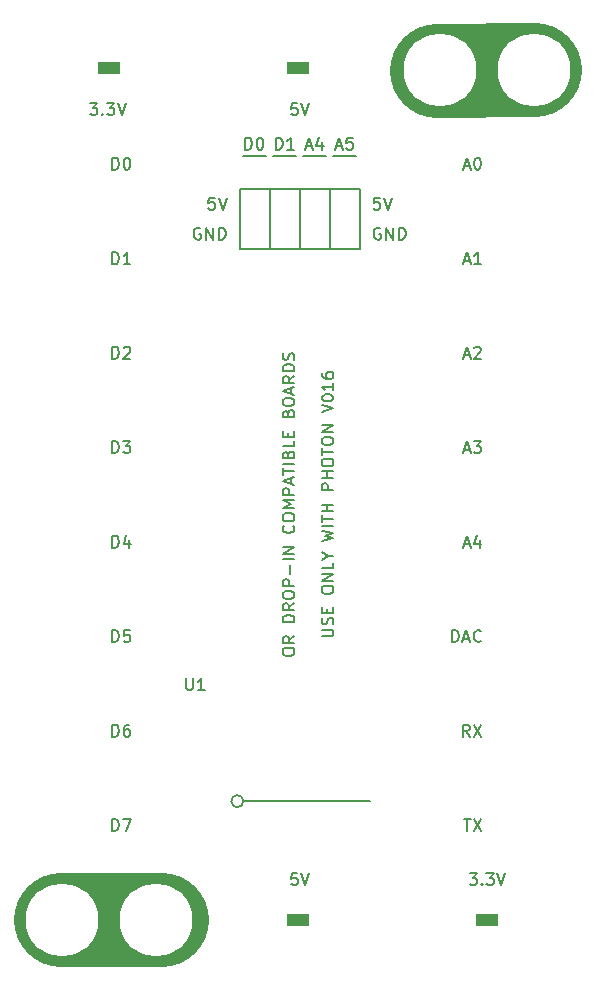
<source format=gto>
%TF.GenerationSoftware,KiCad,Pcbnew,4.0.7-e2-6376~58~ubuntu16.04.1*%
%TF.CreationDate,2018-07-31T04:14:02-07:00*%
%TF.ProjectId,6x10-Photon-Breakout,367831302D50686F746F6E2D42726561,v1.1*%
%TF.FileFunction,Legend,Top*%
%FSLAX46Y46*%
G04 Gerber Fmt 4.6, Leading zero omitted, Abs format (unit mm)*
G04 Created by KiCad (PCBNEW 4.0.7-e2-6376~58~ubuntu16.04.1) date Tue Jul 31 04:14:02 2018*
%MOMM*%
%LPD*%
G01*
G04 APERTURE LIST*
%ADD10C,0.350000*%
%ADD11C,0.152400*%
%ADD12C,1.000000*%
%ADD13C,8.000000*%
%ADD14C,0.150000*%
%ADD15C,0.300000*%
%ADD16C,0.254000*%
%ADD17C,6.152400*%
%ADD18C,1.879600*%
%ADD19R,2.184400X1.879600*%
%ADD20O,2.184400X1.879600*%
G04 APERTURE END LIST*
D10*
D11*
X85918524Y-42623619D02*
X85434715Y-42623619D01*
X85386334Y-43107429D01*
X85434715Y-43059048D01*
X85531477Y-43010667D01*
X85773381Y-43010667D01*
X85870143Y-43059048D01*
X85918524Y-43107429D01*
X85966905Y-43204190D01*
X85966905Y-43446095D01*
X85918524Y-43542857D01*
X85870143Y-43591238D01*
X85773381Y-43639619D01*
X85531477Y-43639619D01*
X85434715Y-43591238D01*
X85386334Y-43542857D01*
X86257191Y-42623619D02*
X86595858Y-43639619D01*
X86934524Y-42623619D01*
X82205286Y-38269333D02*
X82689095Y-38269333D01*
X82108524Y-38559619D02*
X82447191Y-37543619D01*
X82785857Y-38559619D01*
X83608333Y-37543619D02*
X83124524Y-37543619D01*
X83076143Y-38027429D01*
X83124524Y-37979048D01*
X83221286Y-37930667D01*
X83463190Y-37930667D01*
X83559952Y-37979048D01*
X83608333Y-38027429D01*
X83656714Y-38124190D01*
X83656714Y-38366095D01*
X83608333Y-38462857D01*
X83559952Y-38511238D01*
X83463190Y-38559619D01*
X83221286Y-38559619D01*
X83124524Y-38511238D01*
X83076143Y-38462857D01*
X79665286Y-38269333D02*
X80149095Y-38269333D01*
X79568524Y-38559619D02*
X79907191Y-37543619D01*
X80245857Y-38559619D01*
X81019952Y-37882286D02*
X81019952Y-38559619D01*
X80778048Y-37495238D02*
X80536143Y-38220952D01*
X81165095Y-38220952D01*
X77101096Y-38559619D02*
X77101096Y-37543619D01*
X77343001Y-37543619D01*
X77488143Y-37592000D01*
X77584905Y-37688762D01*
X77633286Y-37785524D01*
X77681667Y-37979048D01*
X77681667Y-38124190D01*
X77633286Y-38317714D01*
X77584905Y-38414476D01*
X77488143Y-38511238D01*
X77343001Y-38559619D01*
X77101096Y-38559619D01*
X78649286Y-38559619D02*
X78068715Y-38559619D01*
X78359001Y-38559619D02*
X78359001Y-37543619D01*
X78262239Y-37688762D01*
X78165477Y-37785524D01*
X78068715Y-37833905D01*
X74510296Y-38559619D02*
X74510296Y-37543619D01*
X74752201Y-37543619D01*
X74897343Y-37592000D01*
X74994105Y-37688762D01*
X75042486Y-37785524D01*
X75090867Y-37979048D01*
X75090867Y-38124190D01*
X75042486Y-38317714D01*
X74994105Y-38414476D01*
X74897343Y-38511238D01*
X74752201Y-38559619D01*
X74510296Y-38559619D01*
X75719820Y-37543619D02*
X75816581Y-37543619D01*
X75913343Y-37592000D01*
X75961724Y-37640381D01*
X76010105Y-37737143D01*
X76058486Y-37930667D01*
X76058486Y-38172571D01*
X76010105Y-38366095D01*
X75961724Y-38462857D01*
X75913343Y-38511238D01*
X75816581Y-38559619D01*
X75719820Y-38559619D01*
X75623058Y-38511238D01*
X75574677Y-38462857D01*
X75526296Y-38366095D01*
X75477915Y-38172571D01*
X75477915Y-37930667D01*
X75526296Y-37737143D01*
X75574677Y-37640381D01*
X75623058Y-37592000D01*
X75719820Y-37543619D01*
X71936429Y-42623619D02*
X71452620Y-42623619D01*
X71404239Y-43107429D01*
X71452620Y-43059048D01*
X71549382Y-43010667D01*
X71791286Y-43010667D01*
X71888048Y-43059048D01*
X71936429Y-43107429D01*
X71984810Y-43204190D01*
X71984810Y-43446095D01*
X71936429Y-43542857D01*
X71888048Y-43591238D01*
X71791286Y-43639619D01*
X71549382Y-43639619D01*
X71452620Y-43591238D01*
X71404239Y-43542857D01*
X72275096Y-42623619D02*
X72613763Y-43639619D01*
X72952429Y-42623619D01*
X70726905Y-45212000D02*
X70630143Y-45163619D01*
X70485000Y-45163619D01*
X70339858Y-45212000D01*
X70243096Y-45308762D01*
X70194715Y-45405524D01*
X70146334Y-45599048D01*
X70146334Y-45744190D01*
X70194715Y-45937714D01*
X70243096Y-46034476D01*
X70339858Y-46131238D01*
X70485000Y-46179619D01*
X70581762Y-46179619D01*
X70726905Y-46131238D01*
X70775286Y-46082857D01*
X70775286Y-45744190D01*
X70581762Y-45744190D01*
X71210715Y-46179619D02*
X71210715Y-45163619D01*
X71791286Y-46179619D01*
X71791286Y-45163619D01*
X72275096Y-46179619D02*
X72275096Y-45163619D01*
X72517001Y-45163619D01*
X72662143Y-45212000D01*
X72758905Y-45308762D01*
X72807286Y-45405524D01*
X72855667Y-45599048D01*
X72855667Y-45744190D01*
X72807286Y-45937714D01*
X72758905Y-46034476D01*
X72662143Y-46131238D01*
X72517001Y-46179619D01*
X72275096Y-46179619D01*
X85966905Y-45212000D02*
X85870143Y-45163619D01*
X85725000Y-45163619D01*
X85579858Y-45212000D01*
X85483096Y-45308762D01*
X85434715Y-45405524D01*
X85386334Y-45599048D01*
X85386334Y-45744190D01*
X85434715Y-45937714D01*
X85483096Y-46034476D01*
X85579858Y-46131238D01*
X85725000Y-46179619D01*
X85821762Y-46179619D01*
X85966905Y-46131238D01*
X86015286Y-46082857D01*
X86015286Y-45744190D01*
X85821762Y-45744190D01*
X86450715Y-46179619D02*
X86450715Y-45163619D01*
X87031286Y-46179619D01*
X87031286Y-45163619D01*
X87515096Y-46179619D02*
X87515096Y-45163619D01*
X87757001Y-45163619D01*
X87902143Y-45212000D01*
X87998905Y-45308762D01*
X88047286Y-45405524D01*
X88095667Y-45599048D01*
X88095667Y-45744190D01*
X88047286Y-45937714D01*
X87998905Y-46034476D01*
X87902143Y-46131238D01*
X87757001Y-46179619D01*
X87515096Y-46179619D01*
D12*
X58799000Y-31664000D02*
X67435000Y-31664000D01*
D13*
X58959864Y-103792106D02*
X67435000Y-103800000D01*
D12*
X89787000Y-103800000D02*
X98423000Y-103800000D01*
D13*
X90799000Y-31872106D02*
X99023000Y-31860000D01*
D12*
X75055000Y-31664000D02*
X83691000Y-31664000D01*
X74039000Y-103800000D02*
X82675000Y-103800000D01*
D14*
X81661000Y-41910000D02*
X81661000Y-46990000D01*
X81661000Y-46990000D02*
X84201000Y-46990000D01*
X84201000Y-46990000D02*
X84201000Y-41910000D01*
X84201000Y-41910000D02*
X81661000Y-41910000D01*
X81931000Y-39140000D02*
X83931000Y-39140000D01*
X79121000Y-41910000D02*
X79121000Y-46990000D01*
X79121000Y-46990000D02*
X81661000Y-46990000D01*
X81661000Y-46990000D02*
X81661000Y-41910000D01*
X81661000Y-41910000D02*
X79121000Y-41910000D01*
X79391000Y-39140000D02*
X81391000Y-39140000D01*
X76581000Y-41910000D02*
X76581000Y-46990000D01*
X76581000Y-46990000D02*
X79121000Y-46990000D01*
X79121000Y-46990000D02*
X79121000Y-41910000D01*
X79121000Y-41910000D02*
X76581000Y-41910000D01*
X76851000Y-39140000D02*
X78851000Y-39140000D01*
D11*
X74422000Y-93726000D02*
X85090000Y-93726000D01*
X74359433Y-93726000D02*
G75*
G03X74359433Y-93726000I-508933J0D01*
G01*
D14*
X74041000Y-41910000D02*
X74041000Y-46990000D01*
X74041000Y-46990000D02*
X76581000Y-46990000D01*
X76581000Y-46990000D02*
X76581000Y-41910000D01*
X76581000Y-41910000D02*
X74041000Y-41910000D01*
X74311000Y-39140000D02*
X76311000Y-39140000D01*
X77679619Y-81169283D02*
X77679619Y-80978806D01*
X77727238Y-80883568D01*
X77822476Y-80788330D01*
X78012952Y-80740711D01*
X78346286Y-80740711D01*
X78536762Y-80788330D01*
X78632000Y-80883568D01*
X78679619Y-80978806D01*
X78679619Y-81169283D01*
X78632000Y-81264521D01*
X78536762Y-81359759D01*
X78346286Y-81407378D01*
X78012952Y-81407378D01*
X77822476Y-81359759D01*
X77727238Y-81264521D01*
X77679619Y-81169283D01*
X78679619Y-79740711D02*
X78203428Y-80074045D01*
X78679619Y-80312140D02*
X77679619Y-80312140D01*
X77679619Y-79931187D01*
X77727238Y-79835949D01*
X77774857Y-79788330D01*
X77870095Y-79740711D01*
X78012952Y-79740711D01*
X78108190Y-79788330D01*
X78155809Y-79835949D01*
X78203428Y-79931187D01*
X78203428Y-80312140D01*
X78679619Y-78550235D02*
X77679619Y-78550235D01*
X77679619Y-78312140D01*
X77727238Y-78169282D01*
X77822476Y-78074044D01*
X77917714Y-78026425D01*
X78108190Y-77978806D01*
X78251048Y-77978806D01*
X78441524Y-78026425D01*
X78536762Y-78074044D01*
X78632000Y-78169282D01*
X78679619Y-78312140D01*
X78679619Y-78550235D01*
X78679619Y-76978806D02*
X78203428Y-77312140D01*
X78679619Y-77550235D02*
X77679619Y-77550235D01*
X77679619Y-77169282D01*
X77727238Y-77074044D01*
X77774857Y-77026425D01*
X77870095Y-76978806D01*
X78012952Y-76978806D01*
X78108190Y-77026425D01*
X78155809Y-77074044D01*
X78203428Y-77169282D01*
X78203428Y-77550235D01*
X77679619Y-76359759D02*
X77679619Y-76169282D01*
X77727238Y-76074044D01*
X77822476Y-75978806D01*
X78012952Y-75931187D01*
X78346286Y-75931187D01*
X78536762Y-75978806D01*
X78632000Y-76074044D01*
X78679619Y-76169282D01*
X78679619Y-76359759D01*
X78632000Y-76454997D01*
X78536762Y-76550235D01*
X78346286Y-76597854D01*
X78012952Y-76597854D01*
X77822476Y-76550235D01*
X77727238Y-76454997D01*
X77679619Y-76359759D01*
X78679619Y-75502616D02*
X77679619Y-75502616D01*
X77679619Y-75121663D01*
X77727238Y-75026425D01*
X77774857Y-74978806D01*
X77870095Y-74931187D01*
X78012952Y-74931187D01*
X78108190Y-74978806D01*
X78155809Y-75026425D01*
X78203428Y-75121663D01*
X78203428Y-75502616D01*
X78298667Y-74502616D02*
X78298667Y-73740711D01*
X78679619Y-73264521D02*
X77679619Y-73264521D01*
X78679619Y-72788331D02*
X77679619Y-72788331D01*
X78679619Y-72216902D01*
X77679619Y-72216902D01*
X78584381Y-70407378D02*
X78632000Y-70454997D01*
X78679619Y-70597854D01*
X78679619Y-70693092D01*
X78632000Y-70835950D01*
X78536762Y-70931188D01*
X78441524Y-70978807D01*
X78251048Y-71026426D01*
X78108190Y-71026426D01*
X77917714Y-70978807D01*
X77822476Y-70931188D01*
X77727238Y-70835950D01*
X77679619Y-70693092D01*
X77679619Y-70597854D01*
X77727238Y-70454997D01*
X77774857Y-70407378D01*
X77679619Y-69788331D02*
X77679619Y-69597854D01*
X77727238Y-69502616D01*
X77822476Y-69407378D01*
X78012952Y-69359759D01*
X78346286Y-69359759D01*
X78536762Y-69407378D01*
X78632000Y-69502616D01*
X78679619Y-69597854D01*
X78679619Y-69788331D01*
X78632000Y-69883569D01*
X78536762Y-69978807D01*
X78346286Y-70026426D01*
X78012952Y-70026426D01*
X77822476Y-69978807D01*
X77727238Y-69883569D01*
X77679619Y-69788331D01*
X78679619Y-68931188D02*
X77679619Y-68931188D01*
X78393905Y-68597854D01*
X77679619Y-68264521D01*
X78679619Y-68264521D01*
X78679619Y-67788331D02*
X77679619Y-67788331D01*
X77679619Y-67407378D01*
X77727238Y-67312140D01*
X77774857Y-67264521D01*
X77870095Y-67216902D01*
X78012952Y-67216902D01*
X78108190Y-67264521D01*
X78155809Y-67312140D01*
X78203428Y-67407378D01*
X78203428Y-67788331D01*
X78393905Y-66835950D02*
X78393905Y-66359759D01*
X78679619Y-66931188D02*
X77679619Y-66597855D01*
X78679619Y-66264521D01*
X77679619Y-66074045D02*
X77679619Y-65502616D01*
X78679619Y-65788331D02*
X77679619Y-65788331D01*
X78679619Y-65169283D02*
X77679619Y-65169283D01*
X78155809Y-64359759D02*
X78203428Y-64216902D01*
X78251048Y-64169283D01*
X78346286Y-64121664D01*
X78489143Y-64121664D01*
X78584381Y-64169283D01*
X78632000Y-64216902D01*
X78679619Y-64312140D01*
X78679619Y-64693093D01*
X77679619Y-64693093D01*
X77679619Y-64359759D01*
X77727238Y-64264521D01*
X77774857Y-64216902D01*
X77870095Y-64169283D01*
X77965333Y-64169283D01*
X78060571Y-64216902D01*
X78108190Y-64264521D01*
X78155809Y-64359759D01*
X78155809Y-64693093D01*
X78679619Y-63216902D02*
X78679619Y-63693093D01*
X77679619Y-63693093D01*
X78155809Y-62883569D02*
X78155809Y-62550235D01*
X78679619Y-62407378D02*
X78679619Y-62883569D01*
X77679619Y-62883569D01*
X77679619Y-62407378D01*
X78155809Y-60883568D02*
X78203428Y-60740711D01*
X78251048Y-60693092D01*
X78346286Y-60645473D01*
X78489143Y-60645473D01*
X78584381Y-60693092D01*
X78632000Y-60740711D01*
X78679619Y-60835949D01*
X78679619Y-61216902D01*
X77679619Y-61216902D01*
X77679619Y-60883568D01*
X77727238Y-60788330D01*
X77774857Y-60740711D01*
X77870095Y-60693092D01*
X77965333Y-60693092D01*
X78060571Y-60740711D01*
X78108190Y-60788330D01*
X78155809Y-60883568D01*
X78155809Y-61216902D01*
X77679619Y-60026426D02*
X77679619Y-59835949D01*
X77727238Y-59740711D01*
X77822476Y-59645473D01*
X78012952Y-59597854D01*
X78346286Y-59597854D01*
X78536762Y-59645473D01*
X78632000Y-59740711D01*
X78679619Y-59835949D01*
X78679619Y-60026426D01*
X78632000Y-60121664D01*
X78536762Y-60216902D01*
X78346286Y-60264521D01*
X78012952Y-60264521D01*
X77822476Y-60216902D01*
X77727238Y-60121664D01*
X77679619Y-60026426D01*
X78393905Y-59216902D02*
X78393905Y-58740711D01*
X78679619Y-59312140D02*
X77679619Y-58978807D01*
X78679619Y-58645473D01*
X78679619Y-57740711D02*
X78203428Y-58074045D01*
X78679619Y-58312140D02*
X77679619Y-58312140D01*
X77679619Y-57931187D01*
X77727238Y-57835949D01*
X77774857Y-57788330D01*
X77870095Y-57740711D01*
X78012952Y-57740711D01*
X78108190Y-57788330D01*
X78155809Y-57835949D01*
X78203428Y-57931187D01*
X78203428Y-58312140D01*
X78679619Y-57312140D02*
X77679619Y-57312140D01*
X77679619Y-57074045D01*
X77727238Y-56931187D01*
X77822476Y-56835949D01*
X77917714Y-56788330D01*
X78108190Y-56740711D01*
X78251048Y-56740711D01*
X78441524Y-56788330D01*
X78536762Y-56835949D01*
X78632000Y-56931187D01*
X78679619Y-57074045D01*
X78679619Y-57312140D01*
X78632000Y-56359759D02*
X78679619Y-56216902D01*
X78679619Y-55978806D01*
X78632000Y-55883568D01*
X78584381Y-55835949D01*
X78489143Y-55788330D01*
X78393905Y-55788330D01*
X78298667Y-55835949D01*
X78251048Y-55883568D01*
X78203428Y-55978806D01*
X78155809Y-56169283D01*
X78108190Y-56264521D01*
X78060571Y-56312140D01*
X77965333Y-56359759D01*
X77870095Y-56359759D01*
X77774857Y-56312140D01*
X77727238Y-56264521D01*
X77679619Y-56169283D01*
X77679619Y-55931187D01*
X77727238Y-55788330D01*
X80981619Y-79764521D02*
X81791143Y-79764521D01*
X81886381Y-79716902D01*
X81934000Y-79669283D01*
X81981619Y-79574045D01*
X81981619Y-79383568D01*
X81934000Y-79288330D01*
X81886381Y-79240711D01*
X81791143Y-79193092D01*
X80981619Y-79193092D01*
X81934000Y-78764521D02*
X81981619Y-78621664D01*
X81981619Y-78383568D01*
X81934000Y-78288330D01*
X81886381Y-78240711D01*
X81791143Y-78193092D01*
X81695905Y-78193092D01*
X81600667Y-78240711D01*
X81553048Y-78288330D01*
X81505428Y-78383568D01*
X81457809Y-78574045D01*
X81410190Y-78669283D01*
X81362571Y-78716902D01*
X81267333Y-78764521D01*
X81172095Y-78764521D01*
X81076857Y-78716902D01*
X81029238Y-78669283D01*
X80981619Y-78574045D01*
X80981619Y-78335949D01*
X81029238Y-78193092D01*
X81457809Y-77764521D02*
X81457809Y-77431187D01*
X81981619Y-77288330D02*
X81981619Y-77764521D01*
X80981619Y-77764521D01*
X80981619Y-77288330D01*
X80981619Y-75907378D02*
X80981619Y-75716901D01*
X81029238Y-75621663D01*
X81124476Y-75526425D01*
X81314952Y-75478806D01*
X81648286Y-75478806D01*
X81838762Y-75526425D01*
X81934000Y-75621663D01*
X81981619Y-75716901D01*
X81981619Y-75907378D01*
X81934000Y-76002616D01*
X81838762Y-76097854D01*
X81648286Y-76145473D01*
X81314952Y-76145473D01*
X81124476Y-76097854D01*
X81029238Y-76002616D01*
X80981619Y-75907378D01*
X81981619Y-75050235D02*
X80981619Y-75050235D01*
X81981619Y-74478806D01*
X80981619Y-74478806D01*
X81981619Y-73526425D02*
X81981619Y-74002616D01*
X80981619Y-74002616D01*
X81505428Y-73002616D02*
X81981619Y-73002616D01*
X80981619Y-73335949D02*
X81505428Y-73002616D01*
X80981619Y-72669282D01*
X80981619Y-71669282D02*
X81981619Y-71431187D01*
X81267333Y-71240710D01*
X81981619Y-71050234D01*
X80981619Y-70812139D01*
X81981619Y-70431187D02*
X80981619Y-70431187D01*
X80981619Y-70097854D02*
X80981619Y-69526425D01*
X81981619Y-69812140D02*
X80981619Y-69812140D01*
X81981619Y-69193092D02*
X80981619Y-69193092D01*
X81457809Y-69193092D02*
X81457809Y-68621663D01*
X81981619Y-68621663D02*
X80981619Y-68621663D01*
X81981619Y-67383568D02*
X80981619Y-67383568D01*
X80981619Y-67002615D01*
X81029238Y-66907377D01*
X81076857Y-66859758D01*
X81172095Y-66812139D01*
X81314952Y-66812139D01*
X81410190Y-66859758D01*
X81457809Y-66907377D01*
X81505428Y-67002615D01*
X81505428Y-67383568D01*
X81981619Y-66383568D02*
X80981619Y-66383568D01*
X81457809Y-66383568D02*
X81457809Y-65812139D01*
X81981619Y-65812139D02*
X80981619Y-65812139D01*
X80981619Y-65145473D02*
X80981619Y-64954996D01*
X81029238Y-64859758D01*
X81124476Y-64764520D01*
X81314952Y-64716901D01*
X81648286Y-64716901D01*
X81838762Y-64764520D01*
X81934000Y-64859758D01*
X81981619Y-64954996D01*
X81981619Y-65145473D01*
X81934000Y-65240711D01*
X81838762Y-65335949D01*
X81648286Y-65383568D01*
X81314952Y-65383568D01*
X81124476Y-65335949D01*
X81029238Y-65240711D01*
X80981619Y-65145473D01*
X80981619Y-64431187D02*
X80981619Y-63859758D01*
X81981619Y-64145473D02*
X80981619Y-64145473D01*
X80981619Y-63335949D02*
X80981619Y-63145472D01*
X81029238Y-63050234D01*
X81124476Y-62954996D01*
X81314952Y-62907377D01*
X81648286Y-62907377D01*
X81838762Y-62954996D01*
X81934000Y-63050234D01*
X81981619Y-63145472D01*
X81981619Y-63335949D01*
X81934000Y-63431187D01*
X81838762Y-63526425D01*
X81648286Y-63574044D01*
X81314952Y-63574044D01*
X81124476Y-63526425D01*
X81029238Y-63431187D01*
X80981619Y-63335949D01*
X81981619Y-62478806D02*
X80981619Y-62478806D01*
X81981619Y-61907377D01*
X80981619Y-61907377D01*
X80981619Y-60812139D02*
X81981619Y-60478806D01*
X80981619Y-60145472D01*
X80981619Y-59621663D02*
X80981619Y-59526424D01*
X81029238Y-59431186D01*
X81076857Y-59383567D01*
X81172095Y-59335948D01*
X81362571Y-59288329D01*
X81600667Y-59288329D01*
X81791143Y-59335948D01*
X81886381Y-59383567D01*
X81934000Y-59431186D01*
X81981619Y-59526424D01*
X81981619Y-59621663D01*
X81934000Y-59716901D01*
X81886381Y-59764520D01*
X81791143Y-59812139D01*
X81600667Y-59859758D01*
X81362571Y-59859758D01*
X81172095Y-59812139D01*
X81076857Y-59764520D01*
X81029238Y-59716901D01*
X80981619Y-59621663D01*
X81981619Y-58335948D02*
X81981619Y-58907377D01*
X81981619Y-58621663D02*
X80981619Y-58621663D01*
X81124476Y-58716901D01*
X81219714Y-58812139D01*
X81267333Y-58907377D01*
X80981619Y-57478805D02*
X80981619Y-57669282D01*
X81029238Y-57764520D01*
X81076857Y-57812139D01*
X81219714Y-57907377D01*
X81410190Y-57954996D01*
X81791143Y-57954996D01*
X81886381Y-57907377D01*
X81934000Y-57859758D01*
X81981619Y-57764520D01*
X81981619Y-57574043D01*
X81934000Y-57478805D01*
X81886381Y-57431186D01*
X81791143Y-57383567D01*
X81553048Y-57383567D01*
X81457809Y-57431186D01*
X81410190Y-57478805D01*
X81362571Y-57574043D01*
X81362571Y-57764520D01*
X81410190Y-57859758D01*
X81457809Y-57907377D01*
X81553048Y-57954996D01*
X93047715Y-55966667D02*
X93523906Y-55966667D01*
X92952477Y-56252381D02*
X93285810Y-55252381D01*
X93619144Y-56252381D01*
X93904858Y-55347619D02*
X93952477Y-55300000D01*
X94047715Y-55252381D01*
X94285811Y-55252381D01*
X94381049Y-55300000D01*
X94428668Y-55347619D01*
X94476287Y-55442857D01*
X94476287Y-55538095D01*
X94428668Y-55680952D01*
X93857239Y-56252381D01*
X94476287Y-56252381D01*
X93047715Y-63966667D02*
X93523906Y-63966667D01*
X92952477Y-64252381D02*
X93285810Y-63252381D01*
X93619144Y-64252381D01*
X93857239Y-63252381D02*
X94476287Y-63252381D01*
X94142953Y-63633333D01*
X94285811Y-63633333D01*
X94381049Y-63680952D01*
X94428668Y-63728571D01*
X94476287Y-63823810D01*
X94476287Y-64061905D01*
X94428668Y-64157143D01*
X94381049Y-64204762D01*
X94285811Y-64252381D01*
X94000096Y-64252381D01*
X93904858Y-64204762D01*
X93857239Y-64157143D01*
X93047715Y-39966667D02*
X93523906Y-39966667D01*
X92952477Y-40252381D02*
X93285810Y-39252381D01*
X93619144Y-40252381D01*
X94142953Y-39252381D02*
X94238192Y-39252381D01*
X94333430Y-39300000D01*
X94381049Y-39347619D01*
X94428668Y-39442857D01*
X94476287Y-39633333D01*
X94476287Y-39871429D01*
X94428668Y-40061905D01*
X94381049Y-40157143D01*
X94333430Y-40204762D01*
X94238192Y-40252381D01*
X94142953Y-40252381D01*
X94047715Y-40204762D01*
X94000096Y-40157143D01*
X93952477Y-40061905D01*
X93904858Y-39871429D01*
X93904858Y-39633333D01*
X93952477Y-39442857D01*
X94000096Y-39347619D01*
X94047715Y-39300000D01*
X94142953Y-39252381D01*
X93047715Y-47966667D02*
X93523906Y-47966667D01*
X92952477Y-48252381D02*
X93285810Y-47252381D01*
X93619144Y-48252381D01*
X94476287Y-48252381D02*
X93904858Y-48252381D01*
X94190572Y-48252381D02*
X94190572Y-47252381D01*
X94095334Y-47395238D01*
X94000096Y-47490476D01*
X93904858Y-47538095D01*
X93047715Y-71966667D02*
X93523906Y-71966667D01*
X92952477Y-72252381D02*
X93285810Y-71252381D01*
X93619144Y-72252381D01*
X94381049Y-71585714D02*
X94381049Y-72252381D01*
X94142953Y-71204762D02*
X93904858Y-71919048D01*
X94523906Y-71919048D01*
X92047715Y-80252381D02*
X92047715Y-79252381D01*
X92285810Y-79252381D01*
X92428668Y-79300000D01*
X92523906Y-79395238D01*
X92571525Y-79490476D01*
X92619144Y-79680952D01*
X92619144Y-79823810D01*
X92571525Y-80014286D01*
X92523906Y-80109524D01*
X92428668Y-80204762D01*
X92285810Y-80252381D01*
X92047715Y-80252381D01*
X93000096Y-79966667D02*
X93476287Y-79966667D01*
X92904858Y-80252381D02*
X93238191Y-79252381D01*
X93571525Y-80252381D01*
X94476287Y-80157143D02*
X94428668Y-80204762D01*
X94285811Y-80252381D01*
X94190573Y-80252381D01*
X94047715Y-80204762D01*
X93952477Y-80109524D01*
X93904858Y-80014286D01*
X93857239Y-79823810D01*
X93857239Y-79680952D01*
X93904858Y-79490476D01*
X93952477Y-79395238D01*
X94047715Y-79300000D01*
X94190573Y-79252381D01*
X94285811Y-79252381D01*
X94428668Y-79300000D01*
X94476287Y-79347619D01*
X93523906Y-88252381D02*
X93190572Y-87776190D01*
X92952477Y-88252381D02*
X92952477Y-87252381D01*
X93333430Y-87252381D01*
X93428668Y-87300000D01*
X93476287Y-87347619D01*
X93523906Y-87442857D01*
X93523906Y-87585714D01*
X93476287Y-87680952D01*
X93428668Y-87728571D01*
X93333430Y-87776190D01*
X92952477Y-87776190D01*
X93857239Y-87252381D02*
X94523906Y-88252381D01*
X94523906Y-87252381D02*
X93857239Y-88252381D01*
X93517810Y-99823381D02*
X94136858Y-99823381D01*
X93803524Y-100204333D01*
X93946382Y-100204333D01*
X94041620Y-100251952D01*
X94089239Y-100299571D01*
X94136858Y-100394810D01*
X94136858Y-100632905D01*
X94089239Y-100728143D01*
X94041620Y-100775762D01*
X93946382Y-100823381D01*
X93660667Y-100823381D01*
X93565429Y-100775762D01*
X93517810Y-100728143D01*
X94565429Y-100728143D02*
X94613048Y-100775762D01*
X94565429Y-100823381D01*
X94517810Y-100775762D01*
X94565429Y-100728143D01*
X94565429Y-100823381D01*
X94946381Y-99823381D02*
X95565429Y-99823381D01*
X95232095Y-100204333D01*
X95374953Y-100204333D01*
X95470191Y-100251952D01*
X95517810Y-100299571D01*
X95565429Y-100394810D01*
X95565429Y-100632905D01*
X95517810Y-100728143D01*
X95470191Y-100775762D01*
X95374953Y-100823381D01*
X95089238Y-100823381D01*
X94994000Y-100775762D01*
X94946381Y-100728143D01*
X95851143Y-99823381D02*
X96184476Y-100823381D01*
X96517810Y-99823381D01*
X63264588Y-64252381D02*
X63264588Y-63252381D01*
X63502683Y-63252381D01*
X63645541Y-63300000D01*
X63740779Y-63395238D01*
X63788398Y-63490476D01*
X63836017Y-63680952D01*
X63836017Y-63823810D01*
X63788398Y-64014286D01*
X63740779Y-64109524D01*
X63645541Y-64204762D01*
X63502683Y-64252381D01*
X63264588Y-64252381D01*
X64169350Y-63252381D02*
X64788398Y-63252381D01*
X64455064Y-63633333D01*
X64597922Y-63633333D01*
X64693160Y-63680952D01*
X64740779Y-63728571D01*
X64788398Y-63823810D01*
X64788398Y-64061905D01*
X64740779Y-64157143D01*
X64693160Y-64204762D01*
X64597922Y-64252381D01*
X64312207Y-64252381D01*
X64216969Y-64204762D01*
X64169350Y-64157143D01*
X63264588Y-72252381D02*
X63264588Y-71252381D01*
X63502683Y-71252381D01*
X63645541Y-71300000D01*
X63740779Y-71395238D01*
X63788398Y-71490476D01*
X63836017Y-71680952D01*
X63836017Y-71823810D01*
X63788398Y-72014286D01*
X63740779Y-72109524D01*
X63645541Y-72204762D01*
X63502683Y-72252381D01*
X63264588Y-72252381D01*
X64693160Y-71585714D02*
X64693160Y-72252381D01*
X64455064Y-71204762D02*
X64216969Y-71919048D01*
X64836017Y-71919048D01*
X63264588Y-80252381D02*
X63264588Y-79252381D01*
X63502683Y-79252381D01*
X63645541Y-79300000D01*
X63740779Y-79395238D01*
X63788398Y-79490476D01*
X63836017Y-79680952D01*
X63836017Y-79823810D01*
X63788398Y-80014286D01*
X63740779Y-80109524D01*
X63645541Y-80204762D01*
X63502683Y-80252381D01*
X63264588Y-80252381D01*
X64740779Y-79252381D02*
X64264588Y-79252381D01*
X64216969Y-79728571D01*
X64264588Y-79680952D01*
X64359826Y-79633333D01*
X64597922Y-79633333D01*
X64693160Y-79680952D01*
X64740779Y-79728571D01*
X64788398Y-79823810D01*
X64788398Y-80061905D01*
X64740779Y-80157143D01*
X64693160Y-80204762D01*
X64597922Y-80252381D01*
X64359826Y-80252381D01*
X64264588Y-80204762D01*
X64216969Y-80157143D01*
X63264588Y-88252381D02*
X63264588Y-87252381D01*
X63502683Y-87252381D01*
X63645541Y-87300000D01*
X63740779Y-87395238D01*
X63788398Y-87490476D01*
X63836017Y-87680952D01*
X63836017Y-87823810D01*
X63788398Y-88014286D01*
X63740779Y-88109524D01*
X63645541Y-88204762D01*
X63502683Y-88252381D01*
X63264588Y-88252381D01*
X64693160Y-87252381D02*
X64502683Y-87252381D01*
X64407445Y-87300000D01*
X64359826Y-87347619D01*
X64264588Y-87490476D01*
X64216969Y-87680952D01*
X64216969Y-88061905D01*
X64264588Y-88157143D01*
X64312207Y-88204762D01*
X64407445Y-88252381D01*
X64597922Y-88252381D01*
X64693160Y-88204762D01*
X64740779Y-88157143D01*
X64788398Y-88061905D01*
X64788398Y-87823810D01*
X64740779Y-87728571D01*
X64693160Y-87680952D01*
X64597922Y-87633333D01*
X64407445Y-87633333D01*
X64312207Y-87680952D01*
X64264588Y-87728571D01*
X64216969Y-87823810D01*
X63264588Y-56252381D02*
X63264588Y-55252381D01*
X63502683Y-55252381D01*
X63645541Y-55300000D01*
X63740779Y-55395238D01*
X63788398Y-55490476D01*
X63836017Y-55680952D01*
X63836017Y-55823810D01*
X63788398Y-56014286D01*
X63740779Y-56109524D01*
X63645541Y-56204762D01*
X63502683Y-56252381D01*
X63264588Y-56252381D01*
X64216969Y-55347619D02*
X64264588Y-55300000D01*
X64359826Y-55252381D01*
X64597922Y-55252381D01*
X64693160Y-55300000D01*
X64740779Y-55347619D01*
X64788398Y-55442857D01*
X64788398Y-55538095D01*
X64740779Y-55680952D01*
X64169350Y-56252381D01*
X64788398Y-56252381D01*
X63264588Y-40252381D02*
X63264588Y-39252381D01*
X63502683Y-39252381D01*
X63645541Y-39300000D01*
X63740779Y-39395238D01*
X63788398Y-39490476D01*
X63836017Y-39680952D01*
X63836017Y-39823810D01*
X63788398Y-40014286D01*
X63740779Y-40109524D01*
X63645541Y-40204762D01*
X63502683Y-40252381D01*
X63264588Y-40252381D01*
X64455064Y-39252381D02*
X64550303Y-39252381D01*
X64645541Y-39300000D01*
X64693160Y-39347619D01*
X64740779Y-39442857D01*
X64788398Y-39633333D01*
X64788398Y-39871429D01*
X64740779Y-40061905D01*
X64693160Y-40157143D01*
X64645541Y-40204762D01*
X64550303Y-40252381D01*
X64455064Y-40252381D01*
X64359826Y-40204762D01*
X64312207Y-40157143D01*
X64264588Y-40061905D01*
X64216969Y-39871429D01*
X64216969Y-39633333D01*
X64264588Y-39442857D01*
X64312207Y-39347619D01*
X64359826Y-39300000D01*
X64455064Y-39252381D01*
X63264588Y-48252381D02*
X63264588Y-47252381D01*
X63502683Y-47252381D01*
X63645541Y-47300000D01*
X63740779Y-47395238D01*
X63788398Y-47490476D01*
X63836017Y-47680952D01*
X63836017Y-47823810D01*
X63788398Y-48014286D01*
X63740779Y-48109524D01*
X63645541Y-48204762D01*
X63502683Y-48252381D01*
X63264588Y-48252381D01*
X64788398Y-48252381D02*
X64216969Y-48252381D01*
X64502683Y-48252381D02*
X64502683Y-47252381D01*
X64407445Y-47395238D01*
X64312207Y-47490476D01*
X64216969Y-47538095D01*
X63264588Y-96252381D02*
X63264588Y-95252381D01*
X63502683Y-95252381D01*
X63645541Y-95300000D01*
X63740779Y-95395238D01*
X63788398Y-95490476D01*
X63836017Y-95680952D01*
X63836017Y-95823810D01*
X63788398Y-96014286D01*
X63740779Y-96109524D01*
X63645541Y-96204762D01*
X63502683Y-96252381D01*
X63264588Y-96252381D01*
X64169350Y-95252381D02*
X64836017Y-95252381D01*
X64407445Y-96252381D01*
X78928524Y-34631381D02*
X78452333Y-34631381D01*
X78404714Y-35107571D01*
X78452333Y-35059952D01*
X78547571Y-35012333D01*
X78785667Y-35012333D01*
X78880905Y-35059952D01*
X78928524Y-35107571D01*
X78976143Y-35202810D01*
X78976143Y-35440905D01*
X78928524Y-35536143D01*
X78880905Y-35583762D01*
X78785667Y-35631381D01*
X78547571Y-35631381D01*
X78452333Y-35583762D01*
X78404714Y-35536143D01*
X79261857Y-34631381D02*
X79595190Y-35631381D01*
X79928524Y-34631381D01*
X93047715Y-95252381D02*
X93619144Y-95252381D01*
X93333429Y-96252381D02*
X93333429Y-95252381D01*
X93857239Y-95252381D02*
X94523906Y-96252381D01*
X94523906Y-95252381D02*
X93857239Y-96252381D01*
X69524333Y-83315381D02*
X69524333Y-84124905D01*
X69571952Y-84220143D01*
X69619571Y-84267762D01*
X69714809Y-84315381D01*
X69905286Y-84315381D01*
X70000524Y-84267762D01*
X70048143Y-84220143D01*
X70095762Y-84124905D01*
X70095762Y-83315381D01*
X71095762Y-84315381D02*
X70524333Y-84315381D01*
X70810047Y-84315381D02*
X70810047Y-83315381D01*
X70714809Y-83458238D01*
X70619571Y-83553476D01*
X70524333Y-83601095D01*
X61386810Y-34631381D02*
X62005858Y-34631381D01*
X61672524Y-35012333D01*
X61815382Y-35012333D01*
X61910620Y-35059952D01*
X61958239Y-35107571D01*
X62005858Y-35202810D01*
X62005858Y-35440905D01*
X61958239Y-35536143D01*
X61910620Y-35583762D01*
X61815382Y-35631381D01*
X61529667Y-35631381D01*
X61434429Y-35583762D01*
X61386810Y-35536143D01*
X62434429Y-35536143D02*
X62482048Y-35583762D01*
X62434429Y-35631381D01*
X62386810Y-35583762D01*
X62434429Y-35536143D01*
X62434429Y-35631381D01*
X62815381Y-34631381D02*
X63434429Y-34631381D01*
X63101095Y-35012333D01*
X63243953Y-35012333D01*
X63339191Y-35059952D01*
X63386810Y-35107571D01*
X63434429Y-35202810D01*
X63434429Y-35440905D01*
X63386810Y-35536143D01*
X63339191Y-35583762D01*
X63243953Y-35631381D01*
X62958238Y-35631381D01*
X62863000Y-35583762D01*
X62815381Y-35536143D01*
X63720143Y-34631381D02*
X64053476Y-35631381D01*
X64386810Y-34631381D01*
X78928524Y-99823381D02*
X78452333Y-99823381D01*
X78404714Y-100299571D01*
X78452333Y-100251952D01*
X78547571Y-100204333D01*
X78785667Y-100204333D01*
X78880905Y-100251952D01*
X78928524Y-100299571D01*
X78976143Y-100394810D01*
X78976143Y-100632905D01*
X78928524Y-100728143D01*
X78880905Y-100775762D01*
X78785667Y-100823381D01*
X78547571Y-100823381D01*
X78452333Y-100775762D01*
X78404714Y-100728143D01*
X79261857Y-99823381D02*
X79595190Y-100823381D01*
X79928524Y-99823381D01*
%LPC*%
D15*
X76188572Y-95785714D02*
X76117143Y-95857143D01*
X75902857Y-95928571D01*
X75760000Y-95928571D01*
X75545715Y-95857143D01*
X75402857Y-95714286D01*
X75331429Y-95571429D01*
X75260000Y-95285714D01*
X75260000Y-95071429D01*
X75331429Y-94785714D01*
X75402857Y-94642857D01*
X75545715Y-94500000D01*
X75760000Y-94428571D01*
X75902857Y-94428571D01*
X76117143Y-94500000D01*
X76188572Y-94571429D01*
X76831429Y-95928571D02*
X76831429Y-94428571D01*
X78402858Y-95928571D02*
X77902858Y-95214286D01*
X77545715Y-95928571D02*
X77545715Y-94428571D01*
X78117143Y-94428571D01*
X78260001Y-94500000D01*
X78331429Y-94571429D01*
X78402858Y-94714286D01*
X78402858Y-94928571D01*
X78331429Y-95071429D01*
X78260001Y-95142857D01*
X78117143Y-95214286D01*
X77545715Y-95214286D01*
X79902858Y-95785714D02*
X79831429Y-95857143D01*
X79617143Y-95928571D01*
X79474286Y-95928571D01*
X79260001Y-95857143D01*
X79117143Y-95714286D01*
X79045715Y-95571429D01*
X78974286Y-95285714D01*
X78974286Y-95071429D01*
X79045715Y-94785714D01*
X79117143Y-94642857D01*
X79260001Y-94500000D01*
X79474286Y-94428571D01*
X79617143Y-94428571D01*
X79831429Y-94500000D01*
X79902858Y-94571429D01*
X80545715Y-94428571D02*
X80545715Y-95642857D01*
X80617143Y-95785714D01*
X80688572Y-95857143D01*
X80831429Y-95928571D01*
X81117143Y-95928571D01*
X81260001Y-95857143D01*
X81331429Y-95785714D01*
X81402858Y-95642857D01*
X81402858Y-94428571D01*
X82117144Y-95928571D02*
X82117144Y-94428571D01*
X82617144Y-94428571D02*
X83474287Y-94428571D01*
X83045716Y-95928571D02*
X83045716Y-94428571D01*
X83902858Y-95857143D02*
X84117144Y-95928571D01*
X84474287Y-95928571D01*
X84617144Y-95857143D01*
X84688573Y-95785714D01*
X84760001Y-95642857D01*
X84760001Y-95500000D01*
X84688573Y-95357143D01*
X84617144Y-95285714D01*
X84474287Y-95214286D01*
X84188573Y-95142857D01*
X84045715Y-95071429D01*
X83974287Y-95000000D01*
X83902858Y-94857143D01*
X83902858Y-94714286D01*
X83974287Y-94571429D01*
X84045715Y-94500000D01*
X84188573Y-94428571D01*
X84545715Y-94428571D01*
X84760001Y-94500000D01*
X75438287Y-92991714D02*
X75366858Y-93063143D01*
X75152572Y-93134571D01*
X75009715Y-93134571D01*
X74795430Y-93063143D01*
X74652572Y-92920286D01*
X74581144Y-92777429D01*
X74509715Y-92491714D01*
X74509715Y-92277429D01*
X74581144Y-91991714D01*
X74652572Y-91848857D01*
X74795430Y-91706000D01*
X75009715Y-91634571D01*
X75152572Y-91634571D01*
X75366858Y-91706000D01*
X75438287Y-91777429D01*
X76938287Y-93134571D02*
X76438287Y-92420286D01*
X76081144Y-93134571D02*
X76081144Y-91634571D01*
X76652572Y-91634571D01*
X76795430Y-91706000D01*
X76866858Y-91777429D01*
X76938287Y-91920286D01*
X76938287Y-92134571D01*
X76866858Y-92277429D01*
X76795430Y-92348857D01*
X76652572Y-92420286D01*
X76081144Y-92420286D01*
X77509715Y-92706000D02*
X78224001Y-92706000D01*
X77366858Y-93134571D02*
X77866858Y-91634571D01*
X78366858Y-93134571D01*
X78724001Y-91634571D02*
X79724001Y-91634571D01*
X78724001Y-93134571D01*
X79724001Y-93134571D01*
X80581143Y-92420286D02*
X80581143Y-93134571D01*
X80081143Y-91634571D02*
X80581143Y-92420286D01*
X81081143Y-91634571D01*
D11*
X86106000Y-92519500D02*
X84963000Y-93472000D01*
X84772500Y-93472000D02*
X86106000Y-92519500D01*
X85725000Y-92646500D02*
X84772500Y-93472000D01*
X84645500Y-93408500D02*
X85725000Y-92646500D01*
X85534500Y-92710000D02*
X84645500Y-93408500D01*
X84391500Y-93472000D02*
X85534500Y-92710000D01*
X85217000Y-92837000D02*
X84391500Y-93472000D01*
X84264500Y-93408500D02*
X85217000Y-92837000D01*
X85026500Y-92837000D02*
X84264500Y-93408500D01*
X84264500Y-93281500D02*
X85026500Y-92837000D01*
X84772500Y-92837000D02*
X84264500Y-93281500D01*
X84201000Y-93154500D02*
X84772500Y-92837000D01*
X84772500Y-92646500D02*
X84201000Y-93154500D01*
X84772500Y-92519500D02*
X84137500Y-93027500D01*
X84899500Y-92329000D02*
X84074000Y-92900500D01*
X84899500Y-92202000D02*
X84074000Y-92773500D01*
D16*
X83058000Y-93408500D02*
X82423000Y-92519500D01*
D11*
X84963000Y-93535500D02*
X82994500Y-93535500D01*
X86550500Y-92392500D02*
X84963000Y-93535500D01*
X84772500Y-92837000D02*
X86550500Y-92392500D01*
X85090000Y-91948000D02*
X84772500Y-92837000D01*
X84010500Y-92646500D02*
X85090000Y-91948000D01*
X83185000Y-91186000D02*
X84010500Y-92710000D01*
X83248500Y-92583000D02*
X83185000Y-91186000D01*
X82169000Y-92329000D02*
X83248500Y-92583000D01*
X82994500Y-93535500D02*
X82169000Y-92329000D01*
D16*
X83248500Y-93408500D02*
X82613500Y-92519500D01*
X83439000Y-93408500D02*
X82867500Y-92583000D01*
X83566000Y-93408500D02*
X83121500Y-92646500D01*
X83820000Y-93408500D02*
X83375500Y-92583000D01*
X84010500Y-93408500D02*
X83439000Y-92329000D01*
X84201000Y-93408500D02*
X83312000Y-91694000D01*
X83375500Y-92392500D02*
X83312000Y-91567000D01*
D17*
X98999000Y-71800000D03*
X99000000Y-79800000D03*
X99000000Y-95800000D03*
X99000000Y-63800000D03*
X99000000Y-87800000D03*
X98999000Y-55800000D03*
X98999000Y-47800000D03*
X59000000Y-103800000D03*
X66999000Y-103800000D03*
X74999000Y-103800000D03*
X90999000Y-103800000D03*
X74999000Y-31800000D03*
X82999000Y-31800000D03*
X59000000Y-31800000D03*
X66999000Y-31800000D03*
X98999000Y-31800000D03*
X58999000Y-47800000D03*
X58999000Y-55800000D03*
X58999000Y-63800000D03*
X58999000Y-71800000D03*
X58999000Y-79800000D03*
X58999000Y-87800000D03*
X58999000Y-95800000D03*
X98999000Y-103800000D03*
X98999000Y-39800000D03*
X58999000Y-39800000D03*
X82999000Y-103800000D03*
X90999000Y-31800000D03*
D18*
X88066238Y-81643854D03*
X88066238Y-79103854D03*
X88066238Y-76563854D03*
X88066238Y-74023854D03*
X88066238Y-71483854D03*
X88066238Y-68943854D03*
X88066238Y-66403854D03*
X88066238Y-63863854D03*
X88066238Y-61323854D03*
X88066238Y-58783854D03*
X88066238Y-56243854D03*
X88066238Y-53703854D03*
X70286238Y-56243854D03*
X70286238Y-76563854D03*
X70286238Y-61323854D03*
X70286238Y-58783854D03*
X70286238Y-79103854D03*
X70286238Y-71483854D03*
X70286238Y-81643854D03*
X70286238Y-68943854D03*
X70286238Y-66403854D03*
X70286238Y-63863854D03*
X70286238Y-74023854D03*
X70286238Y-53703854D03*
D19*
X82931000Y-40640000D03*
D20*
X82931000Y-43180000D03*
X82931000Y-45720000D03*
D19*
X80391000Y-40640000D03*
D20*
X80391000Y-43180000D03*
X80391000Y-45720000D03*
D19*
X77851000Y-40640000D03*
D20*
X77851000Y-43180000D03*
X77851000Y-45720000D03*
D19*
X75311000Y-40640000D03*
D20*
X75311000Y-43180000D03*
X75311000Y-45720000D03*
M02*

</source>
